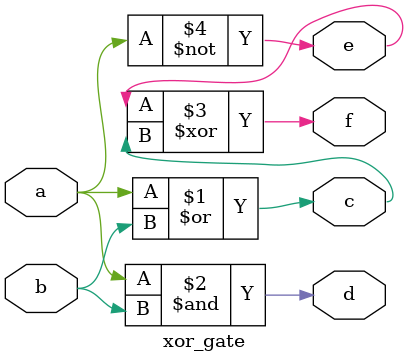
<source format=v>
module xor_gate (output  c, d, e, f, input a, b);


or  (c, a,b);
and (d, a,b);
not (e, a);
xor (f, e,c);

endmodule
</source>
